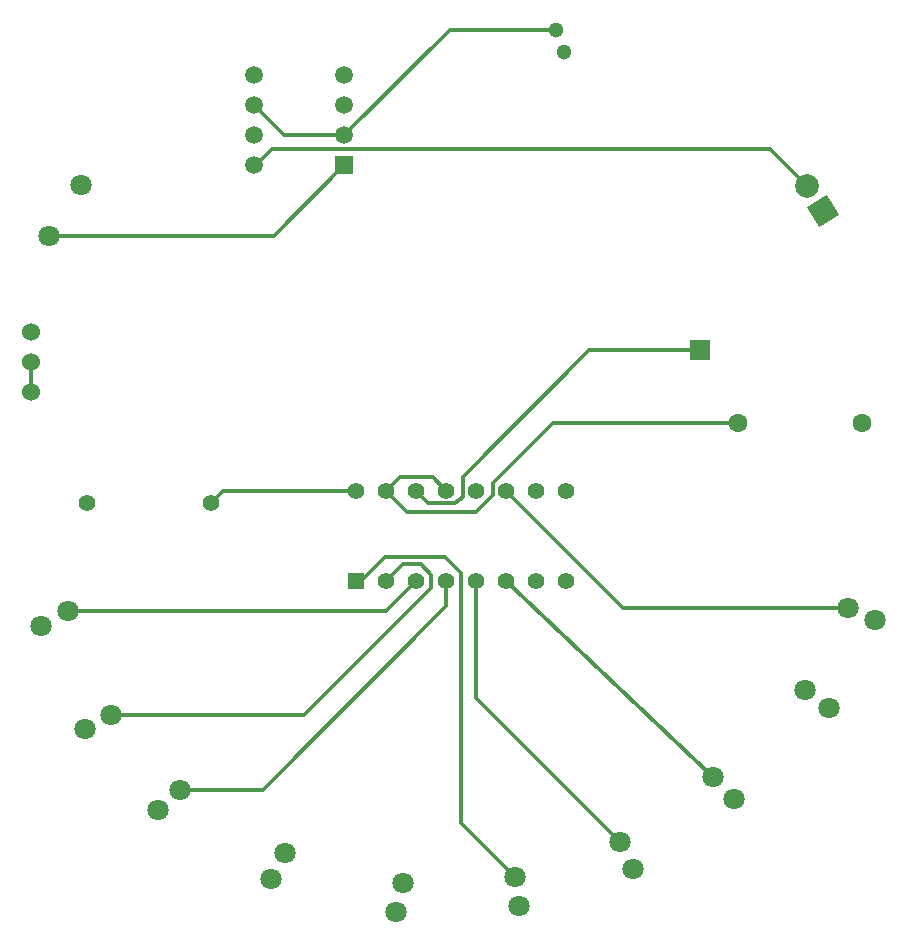
<source format=gtl>
G04 Layer: TopLayer*
G04 EasyEDA v6.5.51, 2025-11-11 21:27:02*
G04 2e57b4fab426491ebcaac77955a750c1,69688592e0df400aafdf5843d4e091a6,10*
G04 Gerber Generator version 0.2*
G04 Scale: 100 percent, Rotated: No, Reflected: No *
G04 Dimensions in millimeters *
G04 leading zeros omitted , absolute positions ,4 integer and 5 decimal *
%FSLAX45Y45*%
%MOMM*%

%AMMACRO1*21,1,$1,$2,0,0,$3*%
%ADD10C,0.3000*%
%ADD11C,1.3000*%
%ADD12C,1.8000*%
%ADD13MACRO1,2X2X122.0002*%
%ADD14C,2.0000*%
%ADD15R,1.7000X1.7000*%
%ADD16C,1.4000*%
%ADD17C,1.6000*%
%ADD18C,0.0133*%
%ADD19C,1.5240*%
%ADD20R,1.3970X1.3970*%
%ADD21C,1.3970*%
%ADD22R,1.5000X1.5000*%
%ADD23C,1.5000*%

%LPD*%
D10*
X7539990Y6800595D02*
G01*
X7228586Y7112000D01*
X3009900Y7112000D01*
X2870200Y6972300D01*
X2857500Y6972300D01*
X6629400Y5410200D02*
G01*
X5689600Y5410200D01*
X4622800Y4330700D01*
X4622800Y4165600D01*
X4559300Y4114800D01*
X4330700Y4114800D01*
X4229100Y4216400D01*
X6955281Y4787900D02*
G01*
X5384800Y4787900D01*
X4876800Y4279900D01*
X4876800Y4178300D01*
X4737100Y4038600D01*
X4152900Y4038600D01*
X3975100Y4216400D01*
X3975100Y4216400D02*
G01*
X4089400Y4330700D01*
X4368800Y4330700D01*
X4483100Y4216400D01*
X3619500Y7226300D02*
G01*
X4512945Y8119745D01*
X5412460Y8119745D01*
X2857500Y7480300D02*
G01*
X3111500Y7226300D01*
X3619500Y7226300D01*
X1122705Y6375882D02*
G01*
X3023082Y6375882D01*
X3619500Y6972300D01*
X965200Y5308600D02*
G01*
X965200Y5054600D01*
X7885912Y3228670D02*
G01*
X5978829Y3228670D01*
X4991100Y4216400D01*
X6745986Y1794687D02*
G01*
X4991100Y3454400D01*
X4991100Y3454400D01*
X5951423Y1244447D02*
G01*
X4737100Y2458770D01*
X4737100Y3454400D01*
X5062321Y951255D02*
G01*
X4610100Y1403477D01*
X4610100Y3517900D01*
X4470400Y3657600D01*
X3962400Y3657600D01*
X3759200Y3454400D01*
X3721100Y3454400D01*
X2226487Y1686813D02*
G01*
X2931413Y1686813D01*
X4483100Y3238500D01*
X4483100Y3454400D01*
X1649856Y2318257D02*
G01*
X3283458Y2318257D01*
X4356100Y3390900D01*
X4356100Y3505200D01*
X4267200Y3594100D01*
X4114800Y3594100D01*
X3975100Y3454400D01*
X1279474Y3198469D02*
G01*
X3973169Y3198469D01*
X4229100Y3454400D01*
X2493492Y4114800D02*
G01*
X2595092Y4216400D01*
X3721100Y4216400D01*
D11*
G01*
X5412460Y8119745D03*
G01*
X5484139Y7933029D03*
D12*
G01*
X1122705Y6375882D03*
G01*
X1391894Y6806692D03*
D13*
G01*
X7674599Y6585197D03*
D14*
G01*
X7539990Y6800595D03*
D12*
G01*
X1057325Y3075330D03*
G01*
X1279474Y3198469D03*
G01*
X1423543Y2202942D03*
G01*
X1649856Y2318257D03*
G01*
X2040712Y1513586D03*
G01*
X2226487Y1686813D03*
G01*
X3001086Y929259D03*
G01*
X3120313Y1153540D03*
G01*
X4056532Y652018D03*
G01*
X4122267Y897381D03*
G01*
X5097678Y699744D03*
G01*
X5062321Y951255D03*
G01*
X6062776Y1016152D03*
G01*
X5951423Y1244447D03*
G01*
X6919213Y1608912D03*
G01*
X6745986Y1794687D03*
G01*
X7721422Y2374671D03*
G01*
X7518577Y2527528D03*
G01*
X8116112Y3121329D03*
G01*
X7885912Y3228670D03*
D15*
G01*
X6629400Y5410200D03*
D16*
G01*
X1443507Y4114800D03*
G01*
X2493492Y4114800D03*
D17*
G01*
X6955307Y4787900D03*
G01*
X8005318Y4787900D03*
D19*
G01*
X965200Y5308600D03*
G01*
X965200Y5054600D03*
G01*
X965200Y5562600D03*
D20*
G01*
X3721100Y3454400D03*
D21*
G01*
X3975100Y3454400D03*
G01*
X4229100Y3454400D03*
G01*
X4483100Y3454400D03*
G01*
X4737100Y3454400D03*
G01*
X4991100Y3454400D03*
G01*
X5245100Y3454400D03*
G01*
X5499100Y3454400D03*
G01*
X5499100Y4216400D03*
G01*
X5245100Y4216400D03*
G01*
X4991100Y4216400D03*
G01*
X4737100Y4216400D03*
G01*
X4483100Y4216400D03*
G01*
X4229100Y4216400D03*
G01*
X3975100Y4216400D03*
G01*
X3721100Y4216400D03*
D22*
G01*
X3619500Y6972300D03*
D23*
G01*
X3619500Y7226300D03*
G01*
X3619500Y7480300D03*
G01*
X3619500Y7734300D03*
G01*
X2857500Y6972300D03*
G01*
X2857500Y7226300D03*
G01*
X2857500Y7480300D03*
G01*
X2857500Y7734300D03*
M02*

</source>
